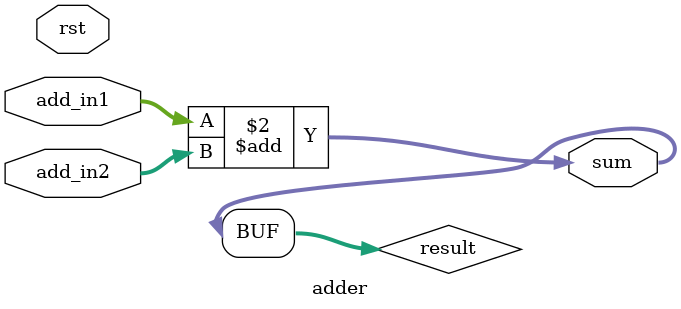
<source format=v>

module adder 
#(
    parameter BITS = 16
)

(
    input rst,
    input [BITS-1 : 0 ] add_in1,
    input [BITS-1 : 0 ] add_in2,
    output  [BITS-1 : 0 ] sum
    //output overflow_flag

);

reg [BITS-1:0] result ; 

assign sum = result; 
//assign overflow_flag = (( (add_in1[BITS-1] == 1'b0 ) && (add_in2[BITS-1] == 1'b0 ) && (sum[BITS-1] == 1'b1 ) )||( (add_in1[BITS-1] == 1'b1 ) && (add_in2[BITS-1] == 1'b1 ) && (sum[BITS-1] == 1'b0 ) ))?(1'b1):(1'b0);


always @(*)
begin
        result = add_in1 + add_in2 ;
    
end


    
endmodule


</source>
